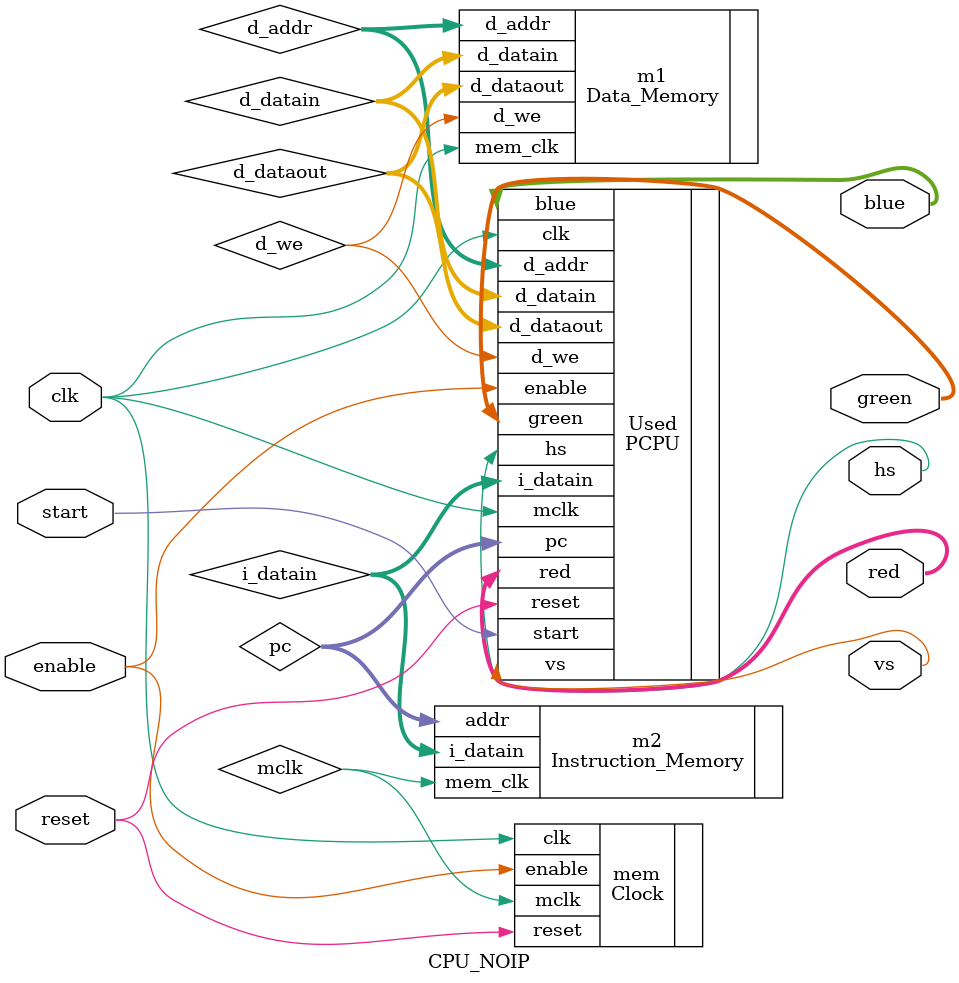
<source format=v>
`timescale 1ns / 1ps
module CPU_NOIP(
	input wire clk, reset, start, enable,
	output wire [2:0] red, green,
	output wire [1:0] blue,
	output hs, vs
    );

wire d_we, mclk;
wire [7:0] pc, d_addr;
wire [15:0] d_dataout, d_datain, i_datain;
PCPU Used(
	.clk(clk),	.mclk(clk), .reset(reset),	.start(start),	.enable(enable),
	.i_datain(i_datain),	.d_datain(d_datain),	.d_we(d_we), 
	.pc(pc),	.d_addr(d_addr),	.d_dataout(d_dataout),
	.red(red),	.green(green),	.blue(blue),	.hs(hs),	.vs(vs)
	);
Clock mem( .clk(clk),	.reset(reset),	.mclk(mclk), .enable(enable) );
Data_Memory	m1(.mem_clk(clk),	.d_we(d_we),	.d_addr(d_addr),	.d_dataout(d_dataout),	.d_datain(d_datain));
/*Instruction_Memory m2(.i_addr(pc),	.dataout(i_datain));*/
Instruction_Memory m2(.mem_clk(mclk), .addr(pc),	.i_datain(i_datain));
endmodule



</source>
